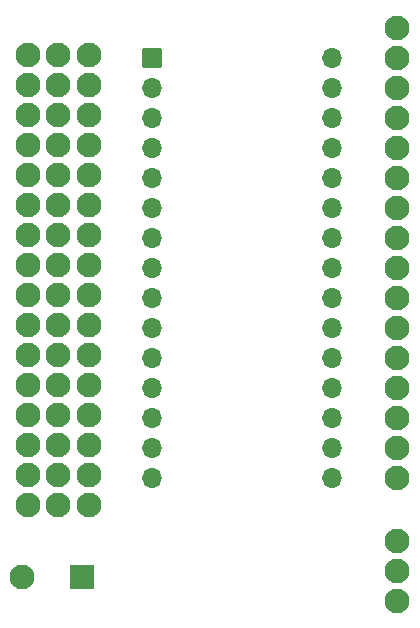
<source format=gbr>
%TF.GenerationSoftware,KiCad,Pcbnew,9.0.6*%
%TF.CreationDate,2025-12-02T10:32:04+01:00*%
%TF.ProjectId,NANO_Shield,4e414e4f-5f53-4686-9965-6c642e6b6963,rev?*%
%TF.SameCoordinates,Original*%
%TF.FileFunction,Soldermask,Top*%
%TF.FilePolarity,Negative*%
%FSLAX46Y46*%
G04 Gerber Fmt 4.6, Leading zero omitted, Abs format (unit mm)*
G04 Created by KiCad (PCBNEW 9.0.6) date 2025-12-02 10:32:04*
%MOMM*%
%LPD*%
G01*
G04 APERTURE LIST*
G04 Aperture macros list*
%AMRoundRect*
0 Rectangle with rounded corners*
0 $1 Rounding radius*
0 $2 $3 $4 $5 $6 $7 $8 $9 X,Y pos of 4 corners*
0 Add a 4 corners polygon primitive as box body*
4,1,4,$2,$3,$4,$5,$6,$7,$8,$9,$2,$3,0*
0 Add four circle primitives for the rounded corners*
1,1,$1+$1,$2,$3*
1,1,$1+$1,$4,$5*
1,1,$1+$1,$6,$7*
1,1,$1+$1,$8,$9*
0 Add four rect primitives between the rounded corners*
20,1,$1+$1,$2,$3,$4,$5,0*
20,1,$1+$1,$4,$5,$6,$7,0*
20,1,$1+$1,$6,$7,$8,$9,0*
20,1,$1+$1,$8,$9,$2,$3,0*%
G04 Aperture macros list end*
%ADD10RoundRect,0.050000X-0.800000X-0.800000X0.800000X-0.800000X0.800000X0.800000X-0.800000X0.800000X0*%
%ADD11O,1.700000X1.700000*%
%ADD12C,2.100000*%
%ADD13RoundRect,0.050000X-1.000000X-1.000000X1.000000X-1.000000X1.000000X1.000000X-1.000000X1.000000X0*%
G04 APERTURE END LIST*
D10*
%TO.C,A1*%
X121951001Y-312695001D03*
D11*
X137191001Y-345715001D03*
X121951001Y-315235001D03*
X137191001Y-343175001D03*
X121951001Y-317775001D03*
X137191001Y-340635001D03*
X121951001Y-320315001D03*
X137191001Y-338095001D03*
X121951001Y-322855001D03*
X137191001Y-335555001D03*
X121951001Y-325395001D03*
X137191001Y-333015001D03*
X121951001Y-327935001D03*
X137191001Y-330475001D03*
X121951001Y-330475001D03*
X137191001Y-327935001D03*
X121951001Y-333015001D03*
X137191001Y-325395001D03*
X121951001Y-335555001D03*
X137191001Y-322855001D03*
X121951001Y-338095001D03*
X137191001Y-320315001D03*
X121951001Y-340635001D03*
X137191001Y-317775001D03*
X121951001Y-343175001D03*
X137191001Y-315235001D03*
X121951001Y-345715001D03*
X137191001Y-312695001D03*
X121951001Y-348255001D03*
X137191001Y-348255001D03*
%TD*%
D12*
%TO.C,J1*%
X111506000Y-350520000D03*
X111506000Y-347980000D03*
X111506000Y-345440000D03*
X111506000Y-342900000D03*
X111506000Y-340360000D03*
X111506000Y-337820000D03*
X111506000Y-335280000D03*
X111506000Y-332740000D03*
X111506000Y-330200000D03*
X111506000Y-327660000D03*
X111506000Y-325120000D03*
X111506000Y-322580000D03*
X111506000Y-320040000D03*
X111506000Y-317500000D03*
X111506000Y-314960000D03*
X111506000Y-312420000D03*
%TD*%
%TO.C,J2*%
X114046000Y-350520000D03*
X114046000Y-347980000D03*
X114046000Y-345440000D03*
X114046000Y-342900000D03*
X114046000Y-340360000D03*
X114046000Y-337820000D03*
X114046000Y-335280000D03*
X114046000Y-332740000D03*
X114046000Y-330200000D03*
X114046000Y-327660000D03*
X114046000Y-325120000D03*
X114046000Y-322580000D03*
X114046000Y-320040000D03*
X114046000Y-317500000D03*
X114046000Y-314960000D03*
X114046000Y-312420000D03*
%TD*%
%TO.C,J3*%
X116650000Y-350530000D03*
X116650000Y-347990000D03*
X116650000Y-345450000D03*
X116650000Y-342910000D03*
X116650000Y-340370000D03*
X116650000Y-337830000D03*
X116650000Y-335290000D03*
X116650000Y-332750000D03*
X116650000Y-330210000D03*
X116650000Y-327670000D03*
X116650000Y-325130000D03*
X116650000Y-322590000D03*
X116650000Y-320050000D03*
X116650000Y-317510000D03*
X116650000Y-314970000D03*
X116650000Y-312430000D03*
%TD*%
%TO.C,J4*%
X142748000Y-348234000D03*
X142748000Y-345694000D03*
X142748000Y-343154000D03*
X142748000Y-340614000D03*
X142748000Y-338074000D03*
X142748000Y-335534000D03*
X142748000Y-332994000D03*
X142748000Y-330454000D03*
X142748000Y-327914000D03*
X142748000Y-325374000D03*
X142748000Y-322834000D03*
X142748000Y-320294000D03*
X142748000Y-317754000D03*
X142748000Y-315214000D03*
X142748000Y-312674000D03*
X142748000Y-310134000D03*
%TD*%
%TO.C,S1*%
X142748000Y-358648000D03*
X142748000Y-356108000D03*
X142748000Y-353568000D03*
%TD*%
%TO.C,GND*%
X110998000Y-356616000D03*
D13*
X116078000Y-356616000D03*
%TD*%
M02*

</source>
